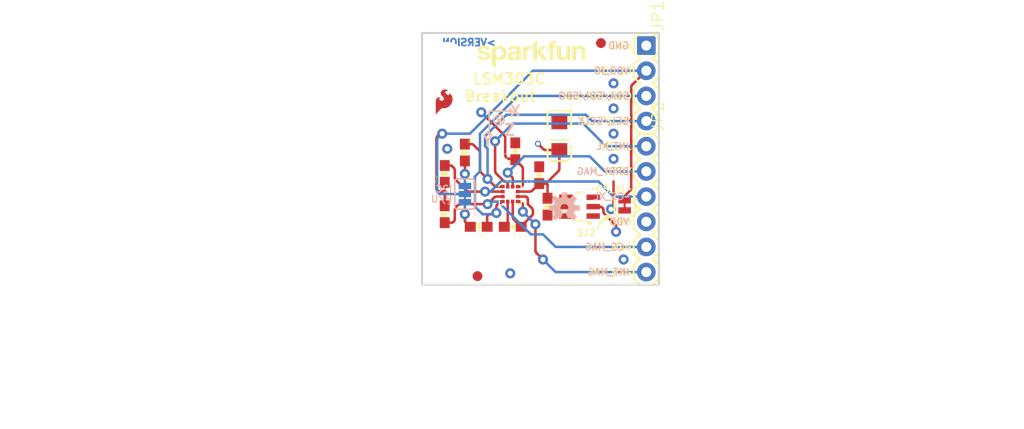
<source format=kicad_pcb>
(kicad_pcb (version 20211014) (generator pcbnew)
  (layers (0 "F.Cu" signal) (31 "B.Cu" signal) (34 "B.Paste" user) (35 "F.Paste" user) (36 "B.SilkS" user "B.Silkscreen") (37 "F.SilkS" user "F.Silkscreen") (38 "B.Mask" user) (39 "F.Mask" user) (44 "Edge.Cuts" user))
  (net 0 "")
  (net 1 "GND")
  (net 2 "VCC")
  (net 3 "N$1")
  (net 4 "VDD")
  (net 5 "VDD_IO")
  (net 6 "~{CS_XL}")
  (net 7 "INT_XL")
  (net 8 "~{CS_MAG}")
  (net 9 "DRDY_MAG")
  (net 10 "INT_MAG")
  (net 11 "I2C-UP")
  (net 12 "N$2")
  (net 13 "SCL/SCLK")
  (net 14 "SDA/SDI/SDO")
  (footprint "boardEagle:SOT23-6" (layer "F.Cu") (at 152.4381 109.8296 90)
    (fp_text reference "U2" (at -0.889 -2.159 90) (layer "F.SilkS") (effects (font (size 0.373888 0.373888) (thickness 0.032512)) (justify left bottom)))
    (fp_text value "LM3880")
    (pad "1" smd rect (at -0.95 1.3751 90) (size 0.55 1.35) (layers "F.Cu" "F.Paste" "F.Mask") (net 2 "VCC"))
    (pad "2" smd rect (at 0 1.3751 90) (size 0.55 1.35) (layers "F.Cu" "F.Paste" "F.Mask") (net 1 "GND"))
    (pad "3" smd rect (at 0.95 1.3751 90) (size 0.55 1.35) (layers "F.Cu" "F.Paste" "F.Mask") (net 2 "VCC"))
    (pad "4" smd rect (at 0.95 -1.3751 90) (size 0.55 1.35) (layers "F.Cu" "F.Paste" "F.Mask"))
    (pad "5" smd rect (at 0 -1.3751 90) (size 0.55 1.35) (layers "F.Cu" "F.Paste" "F.Mask"))
    (pad "6" smd rect (at -0.95 -1.3751 90) (size 0.55 1.35) (layers "F.Cu" "F.Paste" "F.Mask") (net 4 "VDD"))
  )
  (footprint "boardEagle:FIDUCIAL-1X2" (layer "F.Cu") (at 154.5971 93.3196)
    (fp_text reference "FID1" hide)
    (fp_text value "FIDUCIAL1X2" hide)
    (pad "1" smd roundrect (at 0 0) (size 1 1) (layers "F.Cu" "F.Mask") (roundrect_rratio 0.5))
  )
  (footprint "boardEagle:SFE_LOGO_FLAME_COPPER_EXPOSED_.1" (layer "F.Cu") (at 137.6299 100.8888)
    (fp_text reference "LOGO2" hide)
    (fp_text value "SFE_LOGO_FLAME.1EXP" hide)
    (fp_poly (pts (xy 1.401686 -2.874747) (xy 1.542639 -2.804271) (xy 1.583284 -2.773787) (xy 1.602071 -2.755) (xy 1.57882 -2.755) (xy 1.55882 -2.765) (xy 1.500617 -2.765) (xy 1.461097 -2.75512) (xy 1.411636 -2.745228) (xy 1.37264 -2.72573) (xy 1.333685 -2.696514) (xy 1.314332 -2.667484) (xy 1.30463 -2.64808) (xy 1.295 -2.61919) (xy 1.295 -2.560617) (xy 1.304641 -2.522052) (xy 1.343884 -2.463188) (xy 1.403288 -2.403784) (xy 1.442888 -2.374084) (xy 1.472516 -2.354332) (xy 1.511743 -2.334719) (xy 1.590617 -2.315) (xy 1.61919 -2.315) (xy 1.647297 -2.324369) (xy 1.675892 -2.352964) (xy 1.68537 -2.37192) (xy 1.695 -2.40081) (xy 1.695 -2.499021) (xy 1.78326 -2.443859) (xy 1.864003 -2.353022) (xy 1.934549 -2.242165) (xy 1.984851 -2.091257) (xy 2.015027 -1.930319) (xy 2.004962 -1.759209) (xy 1.954676 -1.56812) (xy 1.854184 -1.387235) (xy 1.783756 -1.296685) (xy 1.703418 -1.216347) (xy 1.622956 -1.145943) (xy 1.522229 -1.085506) (xy 1.421591 -1.045251) (xy 1.311072 -1.01511) (xy 1.190414 -0.995) (xy 1.000414 -0.995) (xy 0.941757 -0.985224) (xy 0.843104 -0.926032) (xy 0.743664 -0.826592) (xy 0.623671 -0.6866) (xy 0.503691 -0.566619) (xy 0.453696 -0.506625) (xy 0.403968 -0.456896) (xy 0.373971 -0.4069) (xy 0.315 -0.347929) (xy 0.315 -1.730311) (xy 0.325086 -1.811003) (xy 0.345373 -1.882007) (xy 0.406175 -1.983343) (xy 0.456938 -2.023953) (xy 0.497529 -2.054397) (xy 0.548569 -2.074813) (xy 0.599098 -2.084919) (xy 0.659586 -2.095) (xy 0.78118 -2.095) (xy 0.828441 -2.07137) (xy 0.812962 -2.055891) (xy 0.771918 -2.035369) (xy 0.742703 -2.025631) (xy 0.684369 -1.967297) (xy 0.675 -1.93919) (xy 0.675 -1.90081) (xy 0.684531 -1.872218) (xy 0.703884 -1.843188) (xy 0.762812 -1.78426) (xy 0.811428 -1.764814) (xy 0.860496 -1.755) (xy 0.939383 -1.755) (xy 1.017948 -1.774641) (xy 1.076582 -1.813731) (xy 1.115539 -1.862427) (xy 1.135 -1.92081) (xy 1.135 -1.989092) (xy 1.105698 -2.06723) (xy 1.036361 -2.136568) (xy 0.95625 -2.226693) (xy 0.885887 -2.307107) (xy 0.835277 -2.398207) (xy 0.815 -2.489451) (xy 0.815 -2.570811) (xy 0.845445 -2.662146) (xy 0.89623 -2.743402) (xy 0.98725 -2.814195) (xy 1.098313 -2.874775) (xy 1.209549 -2.895) (xy 1.310549 -2.895)) (layer "F.Cu") (width 0) (fill solid))
  )
  (footprint "boardEagle:PAD-JUMPER-2-NC_BY_TRACE_YES_SILK" (layer "F.Cu") (at 156.9847 109.7026 -90)
    (fp_text reference "SJ2" (at -0.9525 -1.27 -90) (layer "F.SilkS") (effects (font (size 0.373888 0.373888) (thickness 0.032512)) (justify left bottom)))
    (fp_text value "JUMPER-PAD-2-NC_BY_TRACE")
    (fp_line (start -0.381 0) (end 0.381 0) (layer "F.Cu") (width 0.2032))
    (pad "1" smd rect (at -0.508 0 270) (size 0.635 1.27) (layers "F.Cu" "F.Mask") (net 5 "VDD_IO"))
    (pad "2" smd rect (at 0.508 0 270) (size 0.635 1.27) (layers "F.Cu" "F.Mask") (net 2 "VCC"))
  )
  (footprint "boardEagle:0603-RES" (layer "F.Cu") (at 138.8491 110.5916 -90)
    (fp_text reference "R4" (at -0.889 -0.762 -90) (layer "F.SilkS") (effects (font (size 0.373888 0.373888) (thickness 0.032512)) (justify left bottom)))
    (fp_text value "10K")
    (pad "1" smd rect (at -0.85 0 270) (size 1.1 1) (layers "F.Cu" "F.Paste" "F.Mask") (net 5 "VDD_IO"))
    (pad "2" smd rect (at 0.85 0 270) (size 1.1 1) (layers "F.Cu" "F.Paste" "F.Mask") (net 8 "~{CS_MAG}"))
  )
  (footprint "boardEagle:STAND-OFF" (layer "F.Cu") (at 139.1031 115.1636)
    (fp_text reference "STANDOFF2" hide)
    (fp_text value "STAND-OFF" hide)
    (pad "" np_thru_hole circle (at 0 0) (size 3.302 3.302) (drill 3.302) (layers *.Cu *.Mask))
  )
  (footprint "boardEagle:0603-RES" (layer "F.Cu") (at 138.8491 106.5276 90)
    (fp_text reference "R3" (at -0.889 -0.762 90) (layer "F.SilkS") (effects (font (size 0.373888 0.373888) (thickness 0.032512)) (justify left bottom)))
    (fp_text value "10K")
    (pad "1" smd rect (at -0.85 0 90) (size 1.1 1) (layers "F.Cu" "F.Paste" "F.Mask") (net 5 "VDD_IO"))
    (pad "2" smd rect (at 0.85 0 90) (size 1.1 1) (layers "F.Cu" "F.Paste" "F.Mask") (net 6 "~{CS_XL}"))
  )
  (footprint "boardEagle:0603-RES" (layer "F.Cu") (at 142.2781 111.8616 180)
    (fp_text reference "R5" (at -0.889 -0.762 180) (layer "F.SilkS") (effects (font (size 0.373888 0.373888) (thickness 0.032512)) (justify right top)))
    (fp_text value "4.7K")
    (pad "1" smd rect (at -0.85 0 180) (size 1.1 1) (layers "F.Cu" "F.Paste" "F.Mask") (net 14 "SDA/SDI/SDO"))
    (pad "2" smd rect (at 0.85 0 180) (size 1.1 1) (layers "F.Cu" "F.Paste" "F.Mask") (net 11 "I2C-UP"))
  )
  (footprint "boardEagle:1X04" (layer "F.Cu") (at 159.1691 93.5736 -90)
    (fp_text reference "JP1" (at -1.3462 -1.8288 -90) (layer "F.SilkS") (effects (font (size 1.143 1.143) (thickness 0.127)) (justify left bottom)))
    (fp_text value "")
    (pad "1" thru_hole rect (at 0 0) (size 1.8796 1.8796) (drill 1.016) (layers *.Cu *.Mask) (net 1 "GND"))
    (pad "2" thru_hole circle (at 2.54 0) (size 1.8796 1.8796) (drill 1.016) (layers *.Cu *.Mask) (net 5 "VDD_IO"))
    (pad "3" thru_hole circle (at 5.08 0) (size 1.8796 1.8796) (drill 1.016) (layers *.Cu *.Mask) (net 14 "SDA/SDI/SDO"))
    (pad "4" thru_hole circle (at 7.62 0) (size 1.8796 1.8796) (drill 1.016) (layers *.Cu *.Mask) (net 13 "SCL/SCLK"))
  )
  (footprint "boardEagle:SFE_LOGO_NAME_.1" (layer "F.Cu") (at 141.6431 96.3676)
    (fp_text reference "LOGO1" hide)
    (fp_text value "SFE_LOGO_NAME.1_INCH" hide)
  )
  (footprint "boardEagle:FIDUCIAL-1X2" (layer "F.Cu") (at 142.1511 116.84)
    (fp_text reference "FID2" hide)
    (fp_text value "FIDUCIAL1X2" hide)
    (pad "1" smd roundrect (at 0 0) (size 1 1) (layers "F.Cu" "F.Mask") (roundrect_rratio 0.5))
  )
  (footprint "boardEagle:CREATIVE_COMMONS" (layer "F.Cu") (at 114.3381 131.8006)
    (fp_text reference "FRAME1" hide)
    (fp_text value "FRAME-LETTER" hide)
  )
  (footprint "boardEagle:0603-CAP" (layer "F.Cu") (at 145.7071 111.8616 180)
    (fp_text reference "C4" (at -0.889 -0.762 180) (layer "F.SilkS") (effects (font (size 0.373888 0.373888) (thickness 0.032512)) (justify right top)))
    (fp_text value "0.1uF")
    (pad "1" smd rect (at -0.85 0 180) (size 1.1 1) (layers "F.Cu" "F.Paste" "F.Mask") (net 1 "GND"))
    (pad "2" smd rect (at 0.85 0 180) (size 1.1 1) (layers "F.Cu" "F.Paste" "F.Mask") (net 3 "N$1"))
  )
  (footprint "boardEagle:0603-RES" (layer "F.Cu") (at 140.8811 104.3686 -90)
    (fp_text reference "R2" (at -0.889 -0.762 -90) (layer "F.SilkS") (effects (font (size 0.373888 0.373888) (thickness 0.032512)) (justify left bottom)))
    (fp_text value "4.7K")
    (pad "1" smd rect (at -0.85 0 270) (size 1.1 1) (layers "F.Cu" "F.Paste" "F.Mask") (net 13 "SCL/SCLK"))
    (pad "2" smd rect (at 0.85 0 270) (size 1.1 1) (layers "F.Cu" "F.Paste" "F.Mask") (net 12 "N$2"))
  )
  (footprint "boardEagle:0603-RES" (layer "F.Cu") (at 149.2123 109.8296 90)
    (fp_text reference "R1" (at -0.889 -0.762 90) (layer "F.SilkS") (effects (font (size 0.373888 0.373888) (thickness 0.032512)) (justify left bottom)))
    (fp_text value "68")
    (pad "1" smd rect (at -0.85 0 90) (size 1.1 1) (layers "F.Cu" "F.Paste" "F.Mask") (net 2 "VCC"))
    (pad "2" smd rect (at 0.85 0 90) (size 1.1 1) (layers "F.Cu" "F.Paste" "F.Mask") (net 4 "VDD"))
  )
  (footprint "boardEagle:0603-CAP" (layer "F.Cu") (at 145.9611 104.2416 90)
    (fp_text reference "C3" (at -0.889 -0.762 90) (layer "F.SilkS") (effects (font (size 0.373888 0.373888) (thickness 0.032512)) (justify left bottom)))
    (fp_text value "0.1uF")
    (pad "1" smd rect (at -0.85 0 90) (size 1.1 1) (layers "F.Cu" "F.Paste" "F.Mask") (net 5 "VDD_IO"))
    (pad "2" smd rect (at 0.85 0 90) (size 1.1 1) (layers "F.Cu" "F.Paste" "F.Mask") (net 1 "GND"))
  )
  (footprint "boardEagle:EIA3216" (layer "F.Cu") (at 150.4061 102.7176 -90)
    (fp_text reference "C1" (at -2.54 -1.381 -90) (layer "F.SilkS") (effects (font (size 0.373888 0.373888) (thickness 0.032512)) (justify left bottom)))
    (fp_text value "10uF")
    (pad "A" smd rect (at 1.4 0) (size 1.6 1.4) (layers "F.Cu" "F.Paste" "F.Mask") (net 4 "VDD"))
    (pad "C" smd rect (at -1.4 0) (size 1.6 1.4) (layers "F.Cu" "F.Paste" "F.Mask") (net 1 "GND"))
  )
  (footprint "boardEagle:1X06" (layer "F.Cu") (at 159.1691 103.7336 -90)
    (fp_text reference "JP2" (at -1.3462 -1.8288 -90) (layer "F.SilkS") (effects (font (size 1.143 1.143) (thickness 0.127)) (justify left bottom)))
    (fp_text value "")
    (pad "1" thru_hole circle (at 0 0) (size 1.8796 1.8796) (drill 1.016) (layers *.Cu *.Mask) (net 7 "INT_XL"))
    (pad "2" thru_hole circle (at 2.54 0) (size 1.8796 1.8796) (drill 1.016) (layers *.Cu *.Mask) (net 9 "DRDY_MAG"))
    (pad "3" thru_hole circle (at 5.08 0) (size 1.8796 1.8796) (drill 1.016) (layers *.Cu *.Mask) (net 6 "~{CS_XL}"))
    (pad "4" thru_hole circle (at 7.62 0) (size 1.8796 1.8796) (drill 1.016) (layers *.Cu *.Mask) (net 2 "VCC"))
    (pad "5" thru_hole circle (at 10.16 0) (size 1.8796 1.8796) (drill 1.016) (layers *.Cu *.Mask) (net 8 "~{CS_MAG}"))
    (pad "6" thru_hole circle (at 12.7 0) (size 1.8796 1.8796) (drill 1.016) (layers *.Cu *.Mask) (net 10 "INT_MAG"))
  )
  (footprint "boardEagle:TP_15TH" (layer "F.Cu") (at 148.2471 103.4796)
    (fp_text reference "TP1" hide)
    (fp_text value "VDD_TP" hide)
    (pad "P$1" thru_hole circle (at 0 0) (size 0.6096 0.6096) (drill 0.381) (layers *.Cu) (net 4 "VDD"))
  )
  (footprint "boardEagle:LGA-12" (layer "F.Cu") (at 145.4531 108.5596)
    (fp_text reference "U1" (at -0.1 -1.443) (layer "F.SilkS") (effects (font (size 0.373888 0.373888) (thickness 0.032512))))
    (fp_text value "LSM303C")
    (pad "1" smd rect (at -0.75 -0.75 90) (size 0.35 0.375) (layers "F.Cu" "F.Paste" "F.Mask") (net 13 "SCL/SCLK"))
    (pad "2" smd rect (at -0.75 -0.25 90) (size 0.35 0.375) (layers "F.Cu" "F.Paste" "F.Mask") (net 6 "~{CS_XL}"))
    (pad "3" smd rect (at -0.75 0.25 90) (size 0.35 0.375) (layers "F.Cu" "F.Paste" "F.Mask") (net 8 "~{CS_MAG}"))
    (pad "4" smd rect (at -0.75 0.75 90) (size 0.35 0.375) (layers "F.Cu" "F.Paste" "F.Mask") (net 14 "SDA/SDI/SDO"))
    (pad "5" smd rect (at -0.25 0.75 180) (size 0.35 0.375) (layers "F.Cu" "F.Paste" "F.Mask") (net 3 "N$1"))
    (pad "6" smd rect (at 0.25 0.75 180) (size 0.35 0.375) (layers "F.Cu" "F.Paste" "F.Mask") (net 1 "GND"))
    (pad "7" smd rect (at 0.75 0.75 270) (size 0.35 0.375) (layers "F.Cu" "F.Paste" "F.Mask") (net 10 "INT_MAG"))
    (pad "8" smd rect (at 0.75 0.25 270) (size 0.35 0.375) (layers "F.Cu" "F.Paste" "F.Mask") (net 1 "GND"))
    (pad "9" smd rect (at 0.75 -0.25 270) (size 0.35 0.375) (layers "F.Cu" "F.Paste" "F.Mask") (net 4 "VDD"))
    (pad "10" smd rect (at 0.75 -0.75 270) (size 0.35 0.375) (layers "F.Cu" "F.Paste" "F.Mask") (net 5 "VDD_IO"))
    (pad "11" smd rect (at 0.25 -0.75) (size 0.35 0.375) (layers "F.Cu" "F.Paste" "F.Mask") (net 9 "DRDY_MAG"))
    (pad "12" smd rect (at -0.25 -0.75) (size 0.35 0.375) (layers "F.Cu" "F.Paste" "F.Mask") (net 7 "INT_XL"))
  )
  (footprint "boardEagle:STAND-OFF" (layer "F.Cu") (at 139.1031 94.8436)
    (fp_text reference "STANDOFF1" hide)
    (fp_text value "STAND-OFF" hide)
    (pad "" np_thru_hole circle (at 0 0) (size 3.302 3.302) (drill 3.302) (layers *.Cu *.Mask))
  )
  (footprint "boardEagle:0603-CAP" (layer "F.Cu") (at 148.3741 106.6546 90)
    (fp_text reference "C2" (at -0.889 -0.762 90) (layer "F.SilkS") (effects (font (size 0.373888 0.373888) (thickness 0.032512)) (justify left bottom)))
    (fp_text value "0.1uF")
    (pad "1" smd rect (at -0.85 0 90) (size 1.1 1) (layers "F.Cu" "F.Paste" "F.Mask") (net 4 "VDD"))
    (pad "2" smd rect (at 0.85 0 90) (size 1.1 1) (layers "F.Cu" "F.Paste" "F.Mask") (net 1 "GND"))
  )
  (footprint "boardEagle:OSHW-LOGO-S" (layer "B.Cu") (at 150.9141 109.9566 180)
    (fp_text reference "U$8" hide)
    (fp_text value "OSHW-LOGOS" hide)
  )
  (footprint "boardEagle:PAD-JUMPER-3-3OF3_NC_BY_TRACE_YES_SILK_FULL_BOX" (layer "B.Cu") (at 140.8811 108.5596 90)
    (fp_text reference "SJ1" (at -1.27 1.27 270) (layer "B.SilkS") (effects (font (size 0.373888 0.373888) (thickness 0.032512)) (justify left bottom mirror)))
    (fp_text value "")
    (fp_line (start 0.254 0) (end 1.016 0) (layer "B.Cu") (width 0.2032))
    (fp_line (start -1.016 0) (end -0.254 0) (layer "B.Cu") (width 0.2032))
    (pad "1" smd rect (at -0.8128 0 90) (size 0.635 1.27) (layers "B.Cu" "B.Mask") (net 11 "I2C-UP"))
    (pad "2" smd rect (at 0 0 90) (size 0.635 1.27) (layers "B.Cu" "B.Mask") (net 5 "VDD_IO"))
    (pad "3" smd rect (at 0.8128 0 90) (size 0.635 1.27) (layers "B.Cu" "B.Mask") (net 12 "N$2"))
  )
  (gr_line (start 143.3449 102.5398) (end 143.0909 102.2858) (layer "B.SilkS") (width 0.127))
  (gr_line (start 145.4023 99.9236) (end 145.6563 100.1776) (layer "B.SilkS") (width 0.127))
  (gr_line (start 145.6563 100.1776) (end 145.4023 100.4316) (layer "B.SilkS") (width 0.127))
  (gr_line (start 143.3449 102.5398) (end 143.3449 100.1776) (layer "B.SilkS") (width 0.127))
  (gr_line (start 143.9799 100.7364) (end 144.6911 101.4476) (layer "B.SilkS") (width 0.127))
  (gr_circle (center 144.3355 101.092) (end 144.8435 101.092) (layer "B.SilkS") (width 0.127) (fill none))
  (gr_line (start 143.3449 100.1776) (end 145.6563 100.1776) (layer "B.SilkS") (width 0.127))
  (gr_line (start 144.6911 100.7364) (end 143.9799 101.4476) (layer "B.SilkS") (width 0.127))
  (gr_line (start 143.3449 102.5398) (end 143.5989 102.2858) (layer "B.SilkS") (width 0.127))
  (gr_line (start 155.0289 110.7694) (end 155.5623 110.744) (layer "F.SilkS") (width 0.1778))
  (gr_line (start 143.3195 102.5398) (end 143.3195 100.1776) (layer "F.SilkS") (width 0.127))
  (gr_line (start 155.4607 110.8456) (end 155.1559 111.1504) (layer "F.SilkS") (width 0.1778))
  (gr_circle (center 144.3101 101.092) (end 144.5133 101.092) (layer "F.SilkS") (width 0) (fill none))
  (gr_line (start 155.1559 111.1504) (end 155.0289 110.7694) (layer "F.SilkS") (width 0.1778))
  (gr_line (start 145.6309 100.1776) (end 145.3769 100.4316) (layer "F.SilkS") (width 0.127))
  (gr_line (start 145.3769 99.9236) (end 145.6309 100.1776) (layer "F.SilkS") (width 0.127))
  (gr_line (start 155.5623 110.744) (end 155.4607 110.8456) (layer "F.SilkS") (width 0.1778))
  (gr_line (start 143.3195 100.1776) (end 145.6309 100.1776) (layer "F.SilkS") (width 0.127))
  (gr_line (start 143.3195 102.5398) (end 143.5735 102.2858) (layer "F.SilkS") (width 0.127))
  (gr_circle (center 144.3101 101.092) (end 144.8181 101.092) (layer "F.SilkS") (width 0.127) (fill none))
  (gr_arc (start 154.241499 112.0902) (mid 154.684355 111.304558) (end 155.4607 110.8456) (layer "F.SilkS") (width 0.1778))
  (gr_line (start 143.3195 102.5398) (end 143.0655 102.2858) (layer "F.SilkS") (width 0.127))
  (gr_line (start 160.4391 117.7036) (end 136.5631 117.7036) (layer "Edge.Cuts") (width 0.2032))
  (gr_line (start 136.5631 92.3036) (end 160.4391 92.3036) (layer "Edge.Cuts") (width 0.2032))
  (gr_line (start 160.4391 92.3036) (end 160.4391 117.7036) (layer "Edge.Cuts") (width 0.2032))
  (gr_line (start 136.5631 117.7036) (end 136.5631 92.3036) (layer "Edge.Cuts") (width 0.2032))
  (gr_text ">VERSION" (at 144.0815 93.6752) (layer "B.Cu") (effects (font (size 0.7112 0.7112) (thickness 0.1778)) (justify left bottom mirror)))
  (gr_text "SDA/SDI/SDO" (at 157.5181 98.6536) (layer "B.SilkS") (effects (font (size 0.69088 0.69088) (thickness 0.12192)) (justify left mirror)))
  (gr_text "INT_XL" (at 157.5181 103.7336) (layer "B.SilkS") (effects (font (size 0.69088 0.69088) (thickness 0.12192)) (justify left mirror)))
  (gr_text "Z" (at 145.4023 102.0826) (layer "B.SilkS") (effects (font (size 1.0795 1.0795) (thickness 0.1905))))
  (gr_text "GND" (at 157.5181 93.5736) (layer "B.SilkS") (effects (font (size 0.69088 0.69088) (thickness 0.12192)) (justify left mirror)))
  (gr_text "P/U" (at 139.6873 109.0676) (layer "B.SilkS") (effects (font (size 0.69088 0.69088) (thickness 0.12192)) (justify left mirror)))
  (gr_text "INT_MAG" (at 157.5181 116.4336) (layer "B.SilkS") (effects (font (size 0.69088 0.69088) (thickness 0.12192)) (justify left mirror)))
  (gr_text "I2C" (at 139.6873 108.0516) (layer "B.SilkS") (effects (font (size 0.69088 0.69088) (thickness 0.12192)) (justify left mirror)))
  (gr_text "X" (at 145.9611 100.1776) (layer "B.SilkS") (effects (font (size 1.0795 1.0795) (thickness 0.1905)) (justify mirror)))
  (gr_text "~CS_XL" (at 157.5181 108.8136) (layer "B.SilkS") (effects (font (size 0.69088 0.69088) (thickness 0.12192)) (justify left mirror)))
  (gr_text "Y" (at 143.1925 103.2002) (layer "B.SilkS") (effects (font (size 1.0795 1.0795) (thickness 0.1905)) (justify mirror)))
  (gr_text "DRDY_MAG" (at 157.5181 106.2736) (layer "B.SilkS") (effects (font (size 0.69088 0.69088) (thickness 0.12192)) (justify left mirror)))
  (gr_text "VDD_IO" (at 157.5181 96.1136) (layer "B.SilkS") (effects (font (size 0.69088 0.69088) (thickness 0.12192)) (justify left mirror)))
  (gr_text "VDD" (at 157.5181 111.3536) (layer "B.SilkS") (effects (font (size 0.69088 0.69088) (thickness 0.12192)) (justify left mirror)))
  (gr_text "~CS_MAG" (at 157.5181 113.8936) (layer "B.SilkS") (effects (font (size 0.69088 0.69088) (thickness 0.12192)) (justify left mirror)))
  (gr_text "SCL/SCLK" (at 157.5181 101.1936) (layer "B.SilkS") (effects (font (size 0.69088 0.69088) (thickness 0.12192)) (justify left mirror)))
  (gr_text "GND" (at 157.7721 93.5736) (layer "F.SilkS") (effects (font (size 0.69088 0.69088) (thickness 0.12192)) (justify right)))
  (gr_text "~CS_XL~" (at 157.7721 108.0516) (layer "F.SilkS") (effects (font (size 0.69088 0.69088) (thickness 0.12192)) (justify right)))
  (gr_text "VDD_IO" (at 157.7721 96.1136) (layer "F.SilkS") (effects (font (size 0.69088 0.69088) (thickness 0.12192)) (justify right)))
  (gr_text "Z" (at 145.3769 102.0826) (layer "F.SilkS") (effects (font (size 1.0795 1.0795) (thickness 0.1905))))
  (gr_text "SJ2" (at 152.1079 112.4712) (layer "F.SilkS") (effects (font (size 0.69088 0.69088) (thickness 0.12192)) (justify left)))
  (gr_text "DRDY" (at 157.7721 106.2736) (layer "F.SilkS") (effects (font (size 0.69088 0.69088) (thickness 0.12192)) (justify right)))
  (gr_text "INT_MAG" (at 157.7721 116.4336) (layer "F.SilkS") (effects (font (size 0.69088 0.69088) (thickness 0.12192)) (justify right)))
  (gr_text "SCL/SCLK" (at 157.7721 101.1936) (layer "F.SilkS") (effects (font (size 0.69088 0.69088) (thickness 0.12192)) (justify right)))
  (gr_text "INT_XL" (at 157.7721 103.7336) (layer "F.SilkS") (effects (font (size 0.69088 0.69088) (thickness 0.12192)) (justify right)))
  (gr_text " LSM303C\nBreakout" (at 140.7541 99.314) (layer "F.SilkS") (effects (font (size 1.0795 1.0795) (thickness 0.1905)) (justify left bottom)))
  (gr_text "X" (at 145.9357 100.1776) (layer "F.SilkS") (effects (font (size 1.0795 1.0795) (thickness 0.1905)) (justify mirror)))
  (gr_text "SDA/SDI/SDO" (at 157.7721 98.6536) (layer "F.SilkS") (effects (font (size 0.69088 0.69088) (thickness 0.12192)) (justify right)))
  (gr_text "~CS_MAG" (at 157.7721 113.8936) (layer "F.SilkS") (effects (font (size 0.69088 0.69088) (thickness 0.12192)) (justify right)))
  (gr_text "Y" (at 143.1671 103.2002) (layer "F.SilkS") (effects (font (size 1.0795 1.0795) (thickness 0.1905)) (justify mirror)))
  (gr_text "VDD" (at 157.7721 111.3536) (layer "F.SilkS") (effects (font (size 0.69088 0.69088) (thickness 0.12192)) (justify right)))
  (segment (start 154.8511 110.359391) (end 154.8511 110.359392) (width 0.254) (layer "F.Cu") (net 1))
  (segment (start 154.704516 109.897514) (end 154.4955 109.8296) (width 0.254) (layer "F.Cu") (net 1))
  (segment (start 145.781493 111.085994) (end 146.5571 111.8616) (width 0.254) (layer "F.Cu") (net 1))
  (segment (start 154.8511 110.359391) (end 154.8511 110.1852) (width 0.254) (layer "F.Cu") (net 1))
  (segment (start 154.833696 110.075314) (end 154.783186 109.976184) (width 0.254) (layer "F.Cu") (net 1))
  (segment (start 145.7071 109.3136) (end 145.7071 110.906391) (width 0.254) (layer "F.Cu") (net 1))
  (segment (start 146.593021 111.774879) (end 147.676875 110.691025) (width 0.254) (layer "F.Cu") (net 1))
  (segment (start 145.7071 110.906392) (end 145.781493 111.085994) (width 0.254) (layer "F.Cu") (net 1))
  (segment (start 147.071832 108.829239) (end 147.155534 108.885166) (width 0.254) (layer "F.Cu") (net 1))
  (segment (start 154.4955 109.8296) (end 153.8132 109.8296) (width 0.254) (layer "F.Cu") (net 1))
  (segment (start 154.925493 110.538994) (end 156.1211 111.7346) (width 0.254) (layer "F.Cu") (net 1))
  (segment (start 147.7391 110.5408) (end 147.7391 110.5408) (width 0.254) (layer "F.Cu") (net 1))
  (segment (start 146.5571 111.8616) (end 146.5571 111.861599) (width 0.254) (layer "F.Cu") (net 1))
  (segment (start 145.7071 110.906391) (end 145.7071 110.906392) (width 0.254) (layer "F.Cu") (net 1))
  (segment (start 145.7031 109.3096) (end 145.7071 109.3136) (width 0.254) (layer "F.Cu") (net 1))
  (segment (start 155.8671 109.8296) (end 155.6131 110.0836) (width 0.254) (layer "F.Cu") (net 1))
  (segment (start 147.2311 109.5756) (end 147.2311 109.0676) (width 0.254) (layer "F.Cu") (net 1))
  (segment (start 154.8511 110.359392) (end 154.925493 110.538994) (width 0.254) (layer "F.Cu") (net 1))
  (segment (start 147.155534 108.885166) (end 147.2311 109.0676) (width 0.254) (layer "F.Cu") (net 1))
  (segment (start 154.783186 109.976184) (end 154.704516 109.897514) (width 0.254) (layer "F.Cu") (net 1))
  (segment (start 146.4691 111.8616) (end 146.5571 111.8616) (width 0.254) (layer "F.Cu") (net 1))
  (segment (start 147.7391 110.18881) (end 147.7391 110.5408) (width 0.254) (layer "F.Cu") (net 1))
  (segment (start 147.664706 110.009207) (end 147.7391 110.18881) (width 0.254) (layer "F.Cu") (net 1))
  (segment (start 146.2031 108.8096) (end 146.2071 108.8136) (width 0.254) (layer "F.Cu") (net 1))
  (segment (start 146.5571 111.861599) (end 146.593021 111.774879) (width 0.254) (layer "F.Cu") (net 1))
  (segment (start 154.8511 110.1852) (end 154.8511 110.1852) (width 0.254) (layer "F.Cu") (net 1))
  (segment (start 147.664706 110.009207) (end 147.664706 110.009207) (width 0.254) (layer "F.Cu") (net 1))
  (segment (start 156.1211 111.7346) (end 156.1211 112.3696) (width 0.254) (layer "F.Cu") (net 1))
  (segment (start 155.8671 107.2896) (end 155.8671 109.8296) (width 0.254) (layer "F.Cu") (net 1))
  (segment (start 146.9731 108.8096) (end 147.071832 108.829239) (width 0.254) (layer "F.Cu") (net 1))
  (segment (start 154.8511 110.1852) (end 154.833696 110.075314) (width 0.254) (layer "F.Cu") (net 1))
  (segment (start 146.9731 108.8096) (end 146.9731 108.8096) (width 0.254) (layer "F.Cu") (net 1))
  (segment (start 147.7391 110.5408) (end 147.676875 110.691025) (width 0.254) (layer "F.Cu") (net 1))
  (segment (start 146.2031 108.8096) (end 146.9731 108.8096) (width 0.254) (layer "F.Cu") (net 1))
  (segment (start 147.2311 109.5756) (end 147.664706 110.009207) (width 0.254) (layer "F.Cu") (net 1))
  (via (at 145.4531 116.5606) (size 1.016) (drill 0.508) (layers "F.Cu" "B.Cu") (net 1))
  (via (at 155.6131 110.0836) (size 1.016) (drill 0.508) (layers "F.Cu" "B.Cu") (net 1))
  (via (at 155.8671 99.9236) (size 1.016) (drill 0.508) (layers "F.Cu" "B.Cu") (net 1))
  (via (at 139.1031 103.9876) (size 1.016) (drill 0.508) (layers "F.Cu" "B.Cu") (net 1))
  (via (at 155.8671 105.0036) (size 1.016) (drill 0.508) (layers "F.Cu" "B.Cu") (net 1))
  (via (at 155.8671 102.4636) (size 1.016) (drill 0.508) (layers "F.Cu" "B.Cu") (net 1))
  (via (at 156.8831 115.1636) (size 1.016) (drill 0.508) (layers "F.Cu" "B.Cu") (net 1))
  (via (at 156.1211 112.3696) (size 1.016) (drill 0.508) (layers "F.Cu" "B.Cu") (net 1))
  (via (at 155.8671 97.3836) (size 1.016) (drill 0.508) (layers "F.Cu" "B.Cu") (net 1))
  (segment (start 145.1991 109.3136) (end 145.1991 111.3536) (width 0.254) (layer "F.Cu") (net 3))
  (segment (start 144.9451 111.7736) (end 144.8571 111.8616) (width 0.254) (layer "F.Cu") (net 3))
  (segment (start 145.1991 111.3536) (end 144.8571 111.6956) (width 0.254) (layer "F.Cu") (net 3))
  (segment (start 145.2031 109.3096) (end 145.1991 109.3136) (width 0.254) (layer "F.Cu") (net 3))
  (segment (start 144.8571 111.6956) (end 144.8571 111.8616) (width 0.254) (layer "F.Cu") (net 3))
  (segment (start 150.142761 110.687339) (end 150.0505 110.4646) (width 0.254) (layer "F.Cu") (net 4))
  (segment (start 149.960693 109.053994) (end 149.976106 109.069407) (width 0.254) (layer "F.Cu") (net 4))
  (segment (start 147.643493 108.235207) (end 148.3741 107.5046) (width 0.254) (layer "F.Cu") (net 4))
  (segment (start 151.063 110.7796) (end 150.3655 110.7796) (width 0.254) (layer "F.Cu") (net 4))
  (segment (start 149.976106 109.069407) (end 150.0505 109.24901) (width 0.254) (layer "F.Cu") (net 4))
  (segment (start 150.0505 110.4646) (end 150.0505 109.24901) (width 0.254) (layer "F.Cu") (net 4))
  (segment (start 148.3741 107.5046) (end 149.0481 107.5046) (width 0.254) (layer "F.Cu") (net 4))
  (segment (start 150.4061 106.041391) (end 150.331706 106.220994) (width 0.254) (layer "F.Cu") (net 4))
  (segment (start 150.3655 110.7796) (end 150.3655 110.7796) (width 0.254) (layer "F.Cu") (net 4))
  (segment (start 150.4061 106.041391) (end 150.4061 106.041391) (width 0.254) (layer "F.Cu") (net 4))
  (segment (start 147.463891 108.3096) (end 147.643493 108.235207) (width 0.254) (layer "F.Cu") (net 4))
  (segment (start 150.3655 110.7796) (end 150.244955 110.755622) (width 0.254) (layer "F.Cu") (net 4))
  (segment (start 149.78109 108.9796) (end 149.960693 109.053994) (width 0.254) (layer "F.Cu") (net 4))
  (segment (start 149.190301 107.5867) (end 149.1302 107.526599) (width 0.254) (layer "F.Cu") (net 4))
  (segment (start 150.244955 110.755622) (end 150.142761 110.687339) (width 0.254) (layer "F.Cu") (net 4))
  (segment (start 148.810707 104.043208) (end 148.990309 104.1176) (width 0.254) (layer "F.Cu") (net 4))
  (segment (start 148.990309 104.1176) (end 150.4061 104.1176) (width 0.254) (layer "F.Cu") (net 4))
  (segment (start 150.4061 104.1176) (end 150.4061 106.041391) (width 0.254) (layer "F.Cu") (net 4))
  (segment (start 149.976106 109.069407) (end 149.976106 109.069407) (width 0.254) (layer "F.Cu") (net 4))
  (segment (start 147.46389 108.3096) (end 147.463891 108.3096) (width 0.254) (layer "F.Cu") (net 4))
  (segment (start 148.810706 104.043207) (end 148.810707 104.043208) (width 0.254) (layer "F.Cu") (net 4))
  (segment (start 149.2123 107.6688) (end 149.190301 107.5867) (width 0.254) (layer "F.Cu") (net 4))
  (segment (start 149.2123 107.6688) (end 149.2123 107.6688) (width 0.254) (layer "F.Cu") (net 4))
  (segment (start 146.2031 108.3096) (end 147.46389 108.3096) (width 0.254) (layer "F.Cu") (net 4))
  (segment (start 148.2471 103.4796) (end 148.810706 104.043207) (width 0.254) (layer "F.Cu") (net 4))
  (segment (start 149.2123 108.9796) (end 149.2123 107.6688) (width 0.254) (layer "F.Cu") (net 4))
  (segment (start 149.2123 108.9796) (end 149.78109 108.9796) (width 0.254) (layer "F.Cu") (net 4))
  (segment (start 149.1302 107.526599) (end 149.0481 107.5046) (width 0.254) (layer "F.Cu") (net 4))
  (segment (start 149.78109 108.9796) (end 149.78109 108.9796) (width 0.254) (layer "F.Cu") (net 4))
  (segment (start 150.331706 106.220994) (end 149.0481 107.5046) (width 0.254) (layer "F.Cu") (net 4))
  (segment (start 146.4571 107.8096) (end 146.4691 107.7976) (width 0.254) (layer "F.Cu") (net 5))
  (segment (start 146.2031 107.8096) (end 146.4571 107.8096) (width 0.254) (layer "F.Cu") (net 5))
  (segment (start 146.4691 107.8096) (end 146.2031 107.8096) (width 0.254) (layer "F.Cu") (net 5))
  (segment (start 144.870706 102.643207) (end 144.9451 102.82281) (width 0.254) (layer "F.Cu") (net 5))
  (segment (start 138.5951 102.4636) (end 138.5951 102.4636) (width 0.254) (layer "F.Cu") (net 5))
  (segment (start 157.6451 97.74281) (end 157.6451 97.742809) (width 0.254) (layer "F.Cu") (net 5))
  (segment (start 138.303 102.541868) (end 138.182008 102.634708) (width 0.254) (layer "F.Cu") (net 5))
  (segment (start 145.304309 105.0036) (end 145.304308 105.0036) (width 0.254) (layer "F.Cu") (net 5))
  (segment (start 156.9847 108.868009) (end 157.059093 108.688407) (width 0.254) (layer "F.Cu") (net 5))
  (segment (start 146.7231 107.5556) (end 146.703765 107.652802) (width 0.254) (layer "F.Cu") (net 5))
  (segment (start 138.030806 102.896598) (end 138.0109 103.0478) (width 0.254) (layer "F.Cu") (net 5))
  (segment (start 138.8491 107.3776) (end 138.8491 108.3056) (width 0.254) (layer "F.Cu") (net 5))
  (segment (start 138.443898 102.483506) (end 138.303 102.541868) (width 0.254) (layer "F.Cu") (net 5))
  (segment (start 145.9611 105.0036) (end 145.304309 105.0036) (width 0.254) (layer "F.Cu") (net 5))
  (segment (start 157.6451 107.997191) (end 157.570706 108.176794) (width 0.254) (layer "F.Cu") (net 5))
  (segment (start 145.304308 105.0036) (end 145.124706 104.929207) (width 0.254) (layer "F.Cu") (net 5))
  (segment (start 145.019493 104.823994) (end 145.019492 104.823993) (width 0.254) (layer "F.Cu") (net 5))
  (segment (start 138.027061 108.077437) (end 138.073963 108.169487) (width 0.254) (layer "F.Cu") (net 5))
  (segment (start 157.059093 108.688407) (end 157.570706 108.176794) (width 0.254) (layer "F.Cu") (net 5))
  (segment (start 138.5951 102.4636) (end 138.443898 102.483506) (width 0.254) (layer "F.Cu") (net 5))
  (segment (start 145.9611 105.0036) (end 145.9611 105.0916) (width 0.4064) (layer "F.Cu") (net 5))
  (segment (start 157.719493 97.563207) (end 159.1691 96.1136) (width 0.254) (layer "F.Cu") (net 5))
  (segment (start 138.182008 102.634708) (end 138.089168 102.7557) (width 0.254) (layer "F.Cu") (net 5))
  (segment (start 142.5321 100.3046) (end 144.870706 102.643207) (width 0.254) (layer "F.Cu") (net 5))
  (segment (start 138.8491 108.3056) (end 138.8491 109.7416) (width 0.254) (layer "F.Cu") (net 5))
  (segment (start 146.703765 107.652802) (end 146.648705 107.735205) (width 0.254) (layer "F.Cu") (net 5))
  (segment (start 146.7231 107.5556) (end 146.7231 107.5556) (width 0.254) (layer "F.Cu") (net 5))
  (segment (start 157.6451 97.742809) (end 157.719493 97.563207) (width 0.254) (layer "F.Cu") (net 5))
  (segment (start 146.648705 107.735205) (end 146.4691 107.8096) (width 0.254) (layer "F.Cu") (net 5))
  (segment (start 144.9451 102.82281) (end 144.9451 104.644391) (width 0.254) (layer "F.Cu") (net 5))
  (segment (start 145.124706 104.929207) (end 145.019493 104.823994) (width 0.254) (layer "F.Cu") (net 5))
  (segment (start 146.648706 105.779207) (end 146.648706 105.779207) (width 0.254) (layer "F.Cu") (net 5))
  (segment (start 138.0109 103.0478) (end 138.0109 107.9754) (width 0.254) (layer "F.Cu") (net 5))
  (segment (start 144.870706 102.643207) (end 144.870706 102.643207) (width 0.254) (layer "F.Cu") (net 5))
  (segment (start 138.0109 107.9754) (end 138.027061 108.077437) (width 0.254) (layer "F.Cu") (net 5))
  (segment (start 138.0109 107.9754) (end 138.0109 107.9754) (width 0.254) (layer "F.Cu") (net 5))
  (segment (start 145.019492 104.823993) (end 144.9451 104.644391) (width 0.254) (layer "F.Cu") (net 5))
  (segment (start 156.9847 108.86801) (end 156.9847 108.868009) (width 0.254) (layer "F.Cu") (net 5))
  (segment (start 138.073963 108.169487) (end 138.147013 108.242537) (width 0.254) (layer "F.Cu") (net 5))
  (segment (start 138.089168 102.7557) (end 138.030806 102.896598) (width 0.254) (layer "F.Cu") (net 5))
  (segment (start 156.9847 109.1946) (end 156.9847 108.86801) (width 0.254) (layer "F.Cu") (net 5))
  (segment (start 146.7231 105.95881) (end 146.7231 107.5556) (width 0.254) (layer "F.Cu") (net 5))
  (segment (start 146.2151 107.7976) (end 146.4691 107.7976) (width 0.254) (layer "F.Cu") (net 5))
  (segment (start 138.3411 108.3056) (end 138.8491 108.3056) (width 0.254) (layer "F.Cu") (net 5))
  (segment (start 138.147013 108.242537) (end 138.3411 108.3056) (width 0.254) (layer "F.Cu") (net 5))
  (segment (start 157.6451 97.74281) (end 157.6451 107.997191) (width 0.254) (layer "F.Cu") (net 5))
  (segment (start 146.648706 105.779207) (end 146.7231 105.95881) (width 0.254) (layer "F.Cu") (net 5))
  (segment (start 157.6451 107.997191) (end 157.6451 107.997191) (width 0.254) (layer "F.Cu") (net 5))
  (segment (start 146.2031 107.8096) (end 146.2151 107.7976) (width 0.254) (layer "F.Cu") (net 5))
  (segment (start 145.9611 105.0916) (end 146.648706 105.779207) (width 0.254) (layer "F.Cu") (net 5))
  (via (at 142.5321 100.3046) (size 1.016) (drill 0.508) (layers "F.Cu" "B.Cu") (net 5))
  (via (at 138.5951 102.4636) (size 1.016) (drill 0.508) (layers "F.Cu" "B.Cu") (net 5))
  (segment (start 147.7391 96.1136) (end 143.0401 100.8126) (width 0.254) (layer "B.Cu") (net 5))
  (segment (start 141.3891 102.4636) (end 138.5951 102.4636) (width 0.254) (layer "B.Cu") (net 5))
  (segment (start 159.1691 96.1136) (end 147.7391 96.1136) (width 0.254) (layer "B.Cu") (net 5))
  (segment (start 138.0871 108.3056) (end 138.0871 102.9716) (width 0.254) (layer "B.Cu") (net 5))
  (segment (start 138.3411 108.5596) (end 138.0871 108.3056) (width 0.254) (layer "B.Cu") (net 5))
  (segment (start 140.8811 108.5596) (end 138.3411 108.5596) (width 0.254) (layer "B.Cu") (net 5))
  (segment (start 143.0401 100.8126) (end 141.3891 102.4636) (width 0.254) (layer "B.Cu") (net 5))
  (segment (start 142.5321 100.3046) (end 143.0401 100.8126) (width 0.254) (layer "B.Cu") (net 5))
  (segment (start 138.5951 102.4636) (end 138.0871 102.9716) (width 0.254) (layer "B.Cu") (net 5))
  (segment (start 141.064706 108.235207) (end 141.064707 108.235208) (width 0.254) (layer "F.Cu") (net 6))
  (segment (start 142.9171 108.3096) (end 144.7031 108.3096) (width 0.254) (layer "F.Cu") (net 6))
  (segment (start 139.8651 106.12481) (end 139.8651 106.930391) (width 0.254) (layer "F.Cu") (net 6))
  (segment (start 139.939493 107.109994) (end 141.064706 108.235207) (width 0.254) (layer "F.Cu") (net 6))
  (segment (start 139.5231 105.6776) (end 139.790706 105.945207) (width 0.254) (layer "F.Cu") (net 6))
  (segment (start 139.8651 106.930392) (end 139.939493 107.109994) (width 0.254) (layer "F.Cu") (net 6))
  (segment (start 141.244309 108.3096) (end 142.9171 108.3096) (width 0.254) (layer "F.Cu") (net 6))
  (segment (start 139.5231 105.6776) (end 138.8491 105.6776) (width 0.254) (layer "F.Cu") (net 6))
  (segment (start 141.064707 108.235208) (end 141.244309 108.3096) (width 0.254) (layer "F.Cu") (net 6))
  (segment (start 139.790706 105.945207) (end 139.790706 105.945207) (width 0.254) (layer "F.Cu") (net 6))
  (segment (start 139.8651 106.930391) (end 139.8651 106.930392) (width 0.254) (layer "F.Cu") (net 6))
  (segment (start 139.790706 105.945207) (end 139.8651 106.12481) (width 0.254) (layer "F.Cu") (net 6))
  (via (at 142.9171 108.3096) (size 1.016) (drill 0.508) (layers "F.Cu" "B.Cu") (net 6))
  (segment (start 143.4719 108.3056) (end 142.9211 108.3056) (width 0.254) (layer "B.Cu") (net 6))
  (segment (start 155.8671 108.8136) (end 154.3431 107.2896) (width 0.254) (layer "B.Cu") (net 6))
  (segment (start 154.3431 107.2896) (end 144.4879 107.2896) (width 0.254) (layer "B.Cu") (net 6))
  (segment (start 144.4879 107.2896) (end 143.4719 108.3056) (width 0.254) (layer "B.Cu") (net 6))
  (segment (start 159.1691 108.8136) (end 155.8671 108.8136) (width 0.254) (layer "B.Cu") (net 6))
  (segment (start 142.9211 108.3056) (end 142.9171 108.3096) (width 0.254) (layer "B.Cu") (net 6))
  (segment (start 143.9291 106.269991) (end 143.9291 103.2256) (width 0.254) (layer "F.Cu") (net 7))
  (segment (start 145.2031 107.8096) (end 145.1991 107.8056) (width 0.254) (layer "F.Cu") (net 7))
  (segment (start 145.046059 107.308964) (end 145.12859 107.364109) (width 0.254) (layer "F.Cu") (net 7))
  (segment (start 144.769106 107.215207) (end 144.003493 106.449594) (width 0.254) (layer "F.Cu") (net 7))
  (segment (start 144.003493 106.449594) (end 144.003492 106.449593) (width 0.254) (layer "F.Cu") (net 7))
  (segment (start 144.003492 106.449593) (end 143.9291 106.269991) (width 0.254) (layer "F.Cu") (net 7))
  (segment (start 145.1991 107.8056) (end 145.1991 107.54721) (width 0.254) (layer "F.Cu") (net 7))
  (segment (start 145.2031 107.543991) (end 145.2031 107.8096) (width 0.254) (layer "F.Cu") (net 7))
  (segment (start 145.12859 107.364109) (end 145.2031 107.543991) (width 0.254) (layer "F.Cu") (net 7))
  (segment (start 144.948709 107.2896) (end 144.948707 107.2896) (width 0.254) (layer "F.Cu") (net 7))
  (segment (start 144.948709 107.2896) (end 144.948708 107.2896) (width 0.254) (layer "F.Cu") (net 7))
  (segment (start 144.948707 107.2896) (end 145.046059 107.308964) (width 0.254) (layer "F.Cu") (net 7))
  (segment (start 144.948708 107.2896) (end 144.769106 107.215207) (width 0.254) (layer "F.Cu") (net 7))
  (via (at 143.9291 103.2256) (size 1.016) (drill 0.508) (layers "F.Cu" "B.Cu") (net 7))
  (segment (start 155.1051 103.7336) (end 159.1691 103.7336) (width 0.254) (layer "B.Cu") (net 7))
  (segment (start 143.9291 103.2256) (end 145.7071 101.4476) (width 0.254) (layer "B.Cu") (net 7))
  (segment (start 145.7071 101.4476) (end 152.8191 101.4476) (width 0.254) (layer "B.Cu") (net 7))
  (segment (start 152.8191 101.4476) (end 155.1051 103.7336) (width 0.254) (layer "B.Cu") (net 7))
  (segment (start 139.724123 111.376284) (end 139.799784 111.300623) (width 0.254) (layer "F.Cu") (net 8))
  (segment (start 139.888066 110.075156) (end 139.955399 109.9126) (width 0.254) (layer "F.Cu") (net 8))
  (segment (start 144.7031 108.8096) (end 144.6991 108.8136) (width 0.254) (layer "F.Cu") (net 8))
  (segment (start 140.364656 109.598566) (end 140.5391 109.5756) (width 0.254) (layer "F.Cu") (net 8))
  (segment (start 139.8651 110.2496) (end 139.8651 111.0996) (width 0.254) (layer "F.Cu") (net 8))
  (segment (start 139.8651 110.2496) (end 139.8651 110.2496) (width 0.254) (layer "F.Cu") (net 8))
  (segment (start 143.858706 108.883994) (end 143.1671 109.5756) (width 0.254) (layer "F.Cu") (net 8))
  (segment (start 139.5231 111.4416) (end 139.628784 111.424861) (width 0.254) (layer "F.Cu") (net 8))
  (segment (start 140.5391 109.5756) (end 143.1671 109.5756) (width 0.254) (layer "F.Cu") (net 8))
  (segment (start 139.628784 111.424861) (end 139.724123 111.376284) (width 0.254) (layer "F.Cu") (net 8))
  (segment (start 139.955399 109.9126) (end 140.06251 109.77301) (width 0.254) (layer "F.Cu") (net 8))
  (segment (start 140.06251 109.77301) (end 140.2021 109.665899) (width 0.254) (layer "F.Cu") (net 8))
  (segment (start 144.038309 108.8096) (end 144.7031 108.8096) (width 0.254) (layer "F.Cu") (net 8))
  (segment (start 139.5231 111.4416) (end 139.5231 111.4416) (width 0.254) (layer "F.Cu") (net 8))
  (segment (start 143.858706 108.883994) (end 144.038309 108.8096) (width 0.254) (layer "F.Cu") (net 8))
  (segment (start 139.8651 110.2496) (end 139.888066 110.075156) (width 0.254) (layer "F.Cu") (net 8))
  (segment (start 138.8491 111.4416) (end 139.5231 111.4416) (width 0.254) (layer "F.Cu") (net 8))
  (segment (start 139.799784 111.300623) (end 139.8651 111.0996) (width 0.254) (layer "F.Cu") (net 8))
  (segment (start 140.2021 109.665899) (end 140.364656 109.598566) (width 0.254) (layer "F.Cu") (net 8))
  (segment (start 143.858706 108.883994) (end 143.858706 108.883994) (width 0.254) (layer "F.Cu") (net 8))
  (via (at 143.1671 109.5756) (size 1.016) (drill 0.508) (layers "F.Cu" "B.Cu") (net 8))
  (segment (start 147.5359 112.6236) (end 148.7551 112.6236) (width 0.254) (layer "B.Cu") (net 8))
  (segment (start 148.7551 112.6236) (end 150.0251 113.8936) (width 0.254) (layer "B.Cu") (net 8))
  (segment (start 144.2339 109.3216) (end 147.5359 112.6236) (width 0.254) (layer "B.Cu") (net 8))
  (segment (start 150.0251 113.8936) (end 159.1691 113.8936) (width 0.254) (layer "B.Cu") (net 8))
  (segment (start 143.4211 109.3216) (end 144.2339 109.3216) (width 0.254) (layer "B.Cu") (net 8))
  (segment (start 143.1671 109.5756) (end 143.4211 109.3216) (width 0.254) (layer "B.Cu") (net 8))
  (segment (start 145.7071 107.8056) (end 145.7071 107.01381) (width 0.254) (layer "F.Cu") (net 9))
  (segment (start 145.7031 107.8096) (end 145.7071 107.8056) (width 0.254) (layer "F.Cu") (net 9))
  (segment (start 145.7071 107.01381) (end 145.632706 106.834207) (width 0.254) (layer "F.Cu") (net 9))
  (segment (start 145.632706 106.834207) (end 145.1991 106.4006) (width 0.254) (layer "F.Cu") (net 9))
  (segment (start 145.7071 107.01381) (end 145.7071 107.01381) (width 0.254) (layer "F.Cu") (net 9))
  (via (at 145.1991 106.4006) (size 1.016) (drill 0.508) (layers "F.Cu" "B.Cu") (net 9))
  (segment (start 146.8501 104.7496) (end 153.4541 104.7496) (width 0.254) (layer "B.Cu") (net 9))
  (segment (start 153.4541 104.7496) (end 154.9781 106.2736) (width 0.254) (layer "B.Cu") (net 9))
  (segment (start 145.1991 106.4006) (end 146.8501 104.7496) (width 0.254) (layer "B.Cu") (net 9))
  (segment (start 154.9781 106.2736) (end 159.1691 106.2736) (width 0.254) (layer "B.Cu") (net 9))
  (segment (start 146.2031 109.3096) (end 146.4571 109.3096) (width 0.254) (layer "F.Cu") (net 10))
  (segment (start 147.9931 114.296392) (end 148.067493 114.475994) (width 0.254) (layer "F.Cu") (net 10))
  (segment (start 147.9931 111.6076) (end 147.9931 114.296391) (width 0.254) (layer "F.Cu") (net 10))
  (segment (start 146.4571 109.3096) (end 146.7231 109.5756) (width 0.254) (layer "F.Cu") (net 10))
  (segment (start 147.9931 114.296391) (end 147.9931 114.296392) (width 0.254) (layer "F.Cu") (net 10))
  (segment (start 148.067493 114.475994) (end 148.7551 115.1636) (width 0.254) (layer "F.Cu") (net 10))
  (segment (start 146.7231 109.5756) (end 146.7231 110.3376) (width 0.254) (layer "F.Cu") (net 10))
  (via (at 146.7231 110.3376) (size 1.016) (drill 0.508) (layers "F.Cu" "B.Cu") (net 10))
  (via (at 148.7551 115.1636) (size 1.016) (drill 0.508) (layers "F.Cu" "B.Cu") (net 10))
  (via (at 147.9931 111.6076) (size 1.016) (drill 0.508) (layers "F.Cu" "B.Cu") (net 10))
  (segment (start 146.7231 110.3376) (end 147.9931 111.6076) (width 0.254) (layer "B.Cu") (net 10))
  (segment (start 148.7551 115.1636) (end 150.0251 116.4336) (width 0.254) (layer "B.Cu") (net 10))
  (segment (start 150.0251 116.4336) (end 159.1691 116.4336) (width 0.254) (layer "B.Cu") (net 10))
  (segment (start 141.4281 111.8616) (end 140.8811 111.3146) (width 0.254) (layer "F.Cu") (net 11))
  (segment (start 140.8811 111.3146) (end 140.8811 110.5916) (width 0.254) (layer "F.Cu") (net 11))
  (via (at 140.8811 110.5916) (size 1.016) (drill 0.508) (layers "F.Cu" "B.Cu") (net 11))
  (segment (start 140.8811 110.5916) (end 140.8811 109.3724) (width 0.254) (layer "B.Cu") (net 11))
  (segment (start 140.8811 105.2186) (end 140.8811 106.5276) (width 0.254) (layer "F.Cu") (net 12))
  (via (at 140.8811 106.5276) (size 1.016) (drill 0.508) (layers "F.Cu" "B.Cu") (net 12))
  (segment (start 140.8811 106.5276) (end 140.8811 107.7468) (width 0.254) (layer "B.Cu") (net 12))
  (segment (start 142.330706 104.167207) (end 142.4051 104.34681) (width 0.254) (layer "F.Cu") (net 13))
  (segment (start 141.57689 103.5186) (end 141.57689 103.5186) (width 0.254) (layer "F.Cu") (net 13))
  (segment (start 142.479492 106.347993) (end 142.4051 106.168391) (width 0.254) (layer "F.Cu") (net 13))
  (segment (start 144.7031 107.8096) (end 144.046309 107.8096) (width 0.254) (layer "F.Cu") (net 13))
  (segment (start 142.479493 106.347994) (end 142.479492 106.347993) (width 0.254) (layer "F.Cu") (net 13))
  (segment (start 144.046309 107.8096) (end 144.046308 107.8096) (width 0.254) (layer "F.Cu") (net 13))
  (segment (start 141.57689 103.5186) (end 141.756493 103.592994) (width 0.254) (layer "F.Cu") (net 13))
  (segment (start 142.330706 104.167207) (end 142.330706 104.167207) (width 0.254) (layer "F.Cu") (net 13))
  (segment (start 141.756493 103.592994) (end 142.330706 104.167207) (width 0.254) (layer "F.Cu") (net 13))
  (segment (start 143.1671 107.0356) (end 142.479493 106.347994) (width 0.254) (layer "F.Cu") (net 13))
  (segment (start 143.866706 107.735207) (end 143.1671 107.0356) (width 0.254) (layer "F.Cu") (net 13))
  (segment (start 142.4051 106.168391) (end 142.4051 104.34681) (width 0.254) (layer "F.Cu") (net 13))
  (segment (start 140.8811 103.5186) (end 141.57689 103.5186) (width 0.254) (layer "F.Cu") (net 13))
  (segment (start 144.046308 107.8096) (end 143.866706 107.735207) (width 0.254) (layer "F.Cu") (net 13))
  (via (at 143.1671 107.0356) (size 1.016) (drill 0.508) (layers "F.Cu" "B.Cu") (net 13))
  (segment (start 142.9131 102.7176) (end 142.9131 103.7336) (width 0.254) (layer "B.Cu") (net 13))
  (segment (start 159.1691 101.1936) (end 153.7081 101.1936) (width 0.254) (layer "B.Cu") (net 13))
  (segment (start 143.1671 103.9876) (end 143.1671 107.0356) (width 0.254) (layer "B.Cu") (net 13))
  (segment (start 153.0731 100.5586) (end 145.0721 100.5586) (width 0.254) (layer "B.Cu") (net 13))
  (segment (start 153.7081 101.1936) (end 153.0731 100.5586) (width 0.254) (layer "B.Cu") (net 13))
  (segment (start 145.0721 100.5586) (end 142.9131 102.7176) (width 0.254) (layer "B.Cu") (net 13))
  (segment (start 142.9131 103.7336) (end 143.1671 103.9876) (width 0.254) (layer "B.Cu") (net 13))
  (segment (start 143.146536 110.741114) (end 143.199039 110.662539) (width 0.254) (layer "F.Cu") (net 14))
  (segment (start 144.0561 109.80781) (end 144.0561 110.4646) (width 0.254) (layer "F.Cu") (net 14))
  (segment (start 143.1281 110.8338) (end 143.146536 110.741114) (width 0.254) (layer "F.Cu") (net 14))
  (segment (start 143.3703 110.5916) (end 143.9291 110.5916) (width 0.254) (layer "F.Cu") (net 14))
  (segment (start 144.7031 109.3096) (end 144.4491 109.3096) (width 0.254) (layer "F.Cu") (net 14))
  (segment (start 143.199039 110.662539) (end 143.3703 110.5916) (width 0.254) (layer "F.Cu") (net 14))
  (segment (start 143.1281 111.8616) (end 143.1281 110.8338) (width 0.254) (layer "F.Cu") (net 14))
  (segment (start 144.4491 109.3096) (end 144.130493 109.628207) (width 0.254) (layer "F.Cu") (net 14))
  (segment (start 144.130493 109.628207) (end 144.130492 109.628208) (width 0.254) (layer "F.Cu") (net 14))
  (segment (start 143.1281 110.8338) (end 143.1281 110.8338) (width 0.254) (layer "F.Cu") (net 14))
  (segment (start 144.130492 109.628208) (end 144.0561 109.80781) (width 0.254) (layer "F.Cu") (net 14))
  (segment (start 143.9291 110.5916) (end 144.0561 110.4646) (width 0.254) (layer "F.Cu") (net 14))
  (via (at 144.0561 110.4646) (size 1.016) (drill 0.508) (layers "F.Cu" "B.Cu") (net 14))
  (segment (start 143.9291 110.5916) (end 144.0561 110.4646) (width 0.254) (layer "B.Cu") (net 14))
  (segment (start 141.8971 109.8296) (end 142.6591 110.5916) (width 0.254) (layer "B.Cu") (net 14))
  (segment (start 141.8971 106.7816) (end 141.8971 109.8296) (width 0.254) (layer "B.Cu") (net 14))
  (segment (start 146.2151 98.6536) (end 142.4051 102.4636) (width 0.254) (layer "B.Cu") (net 14))
  (segment (start 142.6591 110.5916) (end 143.9291 110.5916) (width 0.254) (layer "B.Cu") (net 14))
  (segment (start 142.4051 106.2736) (end 141.8971 106.7816) (width 0.254) (layer "B.Cu") (net 14))
  (segment (start 142.4051 102.4636) (end 142.4051 106.2736) (width 0.254) (layer "B.Cu") (net 14))
  (segment (start 159.1691 98.6536) (end 146.2151 98.6536) (width 0.254) (layer "B.Cu") (net 14))
)
</source>
